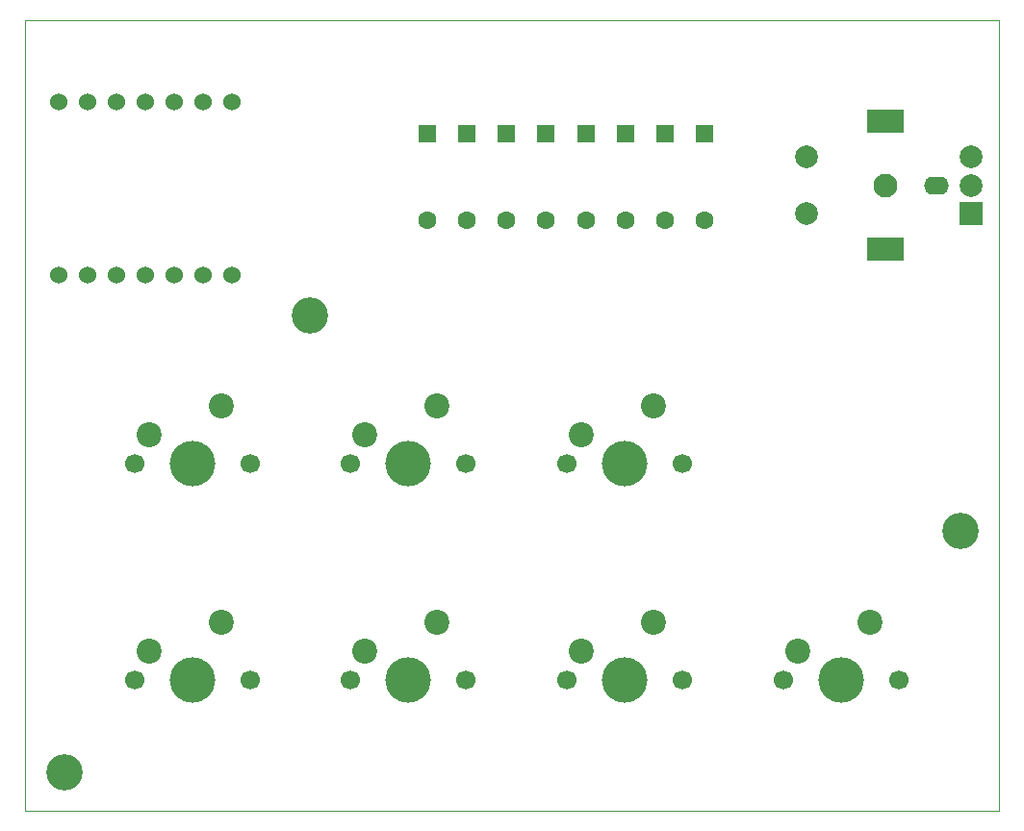
<source format=gbs>
%TF.GenerationSoftware,KiCad,Pcbnew,9.0.7*%
%TF.CreationDate,2026-02-20T22:18:56+01:00*%
%TF.ProjectId,Schematic.kicad_pcb_2,53636865-6d61-4746-9963-2e6b69636164,rev?*%
%TF.SameCoordinates,Original*%
%TF.FileFunction,Soldermask,Bot*%
%TF.FilePolarity,Negative*%
%FSLAX46Y46*%
G04 Gerber Fmt 4.6, Leading zero omitted, Abs format (unit mm)*
G04 Created by KiCad (PCBNEW 9.0.7) date 2026-02-20 22:18:56*
%MOMM*%
%LPD*%
G01*
G04 APERTURE LIST*
G04 Aperture macros list*
%AMRoundRect*
0 Rectangle with rounded corners*
0 $1 Rounding radius*
0 $2 $3 $4 $5 $6 $7 $8 $9 X,Y pos of 4 corners*
0 Add a 4 corners polygon primitive as box body*
4,1,4,$2,$3,$4,$5,$6,$7,$8,$9,$2,$3,0*
0 Add four circle primitives for the rounded corners*
1,1,$1+$1,$2,$3*
1,1,$1+$1,$4,$5*
1,1,$1+$1,$6,$7*
1,1,$1+$1,$8,$9*
0 Add four rect primitives between the rounded corners*
20,1,$1+$1,$2,$3,$4,$5,0*
20,1,$1+$1,$4,$5,$6,$7,0*
20,1,$1+$1,$6,$7,$8,$9,0*
20,1,$1+$1,$8,$9,$2,$3,0*%
G04 Aperture macros list end*
%ADD10O,2.200000X1.600000*%
%ADD11C,2.100000*%
%ADD12R,2.000000X2.000000*%
%ADD13C,2.000000*%
%ADD14R,3.200000X2.000000*%
%ADD15C,1.700000*%
%ADD16C,4.000000*%
%ADD17C,2.200000*%
%ADD18C,3.200000*%
%ADD19RoundRect,0.250000X-0.550000X0.550000X-0.550000X-0.550000X0.550000X-0.550000X0.550000X0.550000X0*%
%ADD20C,1.600000*%
%ADD21C,1.524000*%
%TA.AperFunction,Profile*%
%ADD22C,0.050000*%
%TD*%
G04 APERTURE END LIST*
D10*
%TO.C,SW7*%
X98250000Y-29500000D03*
D11*
X93750000Y-29500000D03*
D12*
X101250000Y-32000000D03*
D13*
X101250000Y-27000000D03*
X101250000Y-29500000D03*
D14*
X93750000Y-35100000D03*
X93750000Y-23900000D03*
D13*
X86750000Y-27000000D03*
X86750000Y-32000000D03*
%TD*%
D15*
%TO.C,SW1*%
X27670000Y-73080000D03*
D16*
X32750000Y-73080000D03*
D15*
X37830000Y-73080000D03*
D17*
X35290000Y-68000000D03*
X28940000Y-70540000D03*
%TD*%
D18*
%TO.C,REF\u002A\u002A*%
X100300000Y-59900000D03*
%TD*%
D19*
%TO.C,D3*%
X70841071Y-24940000D03*
D20*
X70841071Y-32560000D03*
%TD*%
D15*
%TO.C,SW5*%
X46670000Y-54000000D03*
D16*
X51750000Y-54000000D03*
D15*
X56830000Y-54000000D03*
D17*
X54290000Y-48920000D03*
X47940000Y-51460000D03*
%TD*%
D15*
%TO.C,SW2*%
X46670000Y-73080000D03*
D16*
X51750000Y-73080000D03*
D15*
X56830000Y-73080000D03*
D17*
X54290000Y-68000000D03*
X47940000Y-70540000D03*
%TD*%
D21*
%TO.C,U1*%
X21000000Y-37370000D03*
X23540000Y-37370000D03*
X26080000Y-37370000D03*
X28620000Y-37370000D03*
X31160000Y-37370000D03*
X33700000Y-37370000D03*
X36240000Y-37370000D03*
X36240000Y-22130000D03*
X33700000Y-22130000D03*
X31160000Y-22130000D03*
X28620000Y-22130000D03*
X26080000Y-22130000D03*
X23540000Y-22130000D03*
X21000000Y-22130000D03*
%TD*%
D15*
%TO.C,SW3*%
X65730000Y-73080000D03*
D16*
X70810000Y-73080000D03*
D15*
X75890000Y-73080000D03*
D17*
X73350000Y-68000000D03*
X67000000Y-70540000D03*
%TD*%
D15*
%TO.C,SW8*%
X84730000Y-73080000D03*
D16*
X89810000Y-73080000D03*
D15*
X94890000Y-73080000D03*
D17*
X92350000Y-68000000D03*
X86000000Y-70540000D03*
%TD*%
D19*
%TO.C,D4*%
X67355357Y-24940000D03*
D20*
X67355357Y-32560000D03*
%TD*%
D15*
%TO.C,SW6*%
X65670000Y-54000000D03*
D16*
X70750000Y-54000000D03*
D15*
X75830000Y-54000000D03*
D17*
X73290000Y-48920000D03*
X66940000Y-51460000D03*
%TD*%
D19*
%TO.C,D6*%
X60383929Y-24940000D03*
D20*
X60383929Y-32560000D03*
%TD*%
D19*
%TO.C,D1*%
X77812500Y-24940000D03*
D20*
X77812500Y-32560000D03*
%TD*%
D19*
%TO.C,D2*%
X74326786Y-24940000D03*
D20*
X74326786Y-32560000D03*
%TD*%
D18*
%TO.C,REF\u002A\u002A*%
X43100000Y-41000000D03*
%TD*%
D19*
%TO.C,D5*%
X63869643Y-25000000D03*
D20*
X63869643Y-32620000D03*
%TD*%
D15*
%TO.C,SW4*%
X27670000Y-54000000D03*
D16*
X32750000Y-54000000D03*
D15*
X37830000Y-54000000D03*
D17*
X35290000Y-48920000D03*
X28940000Y-51460000D03*
%TD*%
D19*
%TO.C,D8*%
X53412500Y-24940000D03*
D20*
X53412500Y-32560000D03*
%TD*%
D19*
%TO.C,D7*%
X56898214Y-24940000D03*
D20*
X56898214Y-32560000D03*
%TD*%
D18*
%TO.C,REF\u002A\u002A*%
X21500000Y-81200000D03*
%TD*%
D22*
X18000000Y-14943750D02*
X103725000Y-14943750D01*
X103725000Y-84581250D01*
X18000000Y-84581250D01*
X18000000Y-14943750D01*
M02*

</source>
